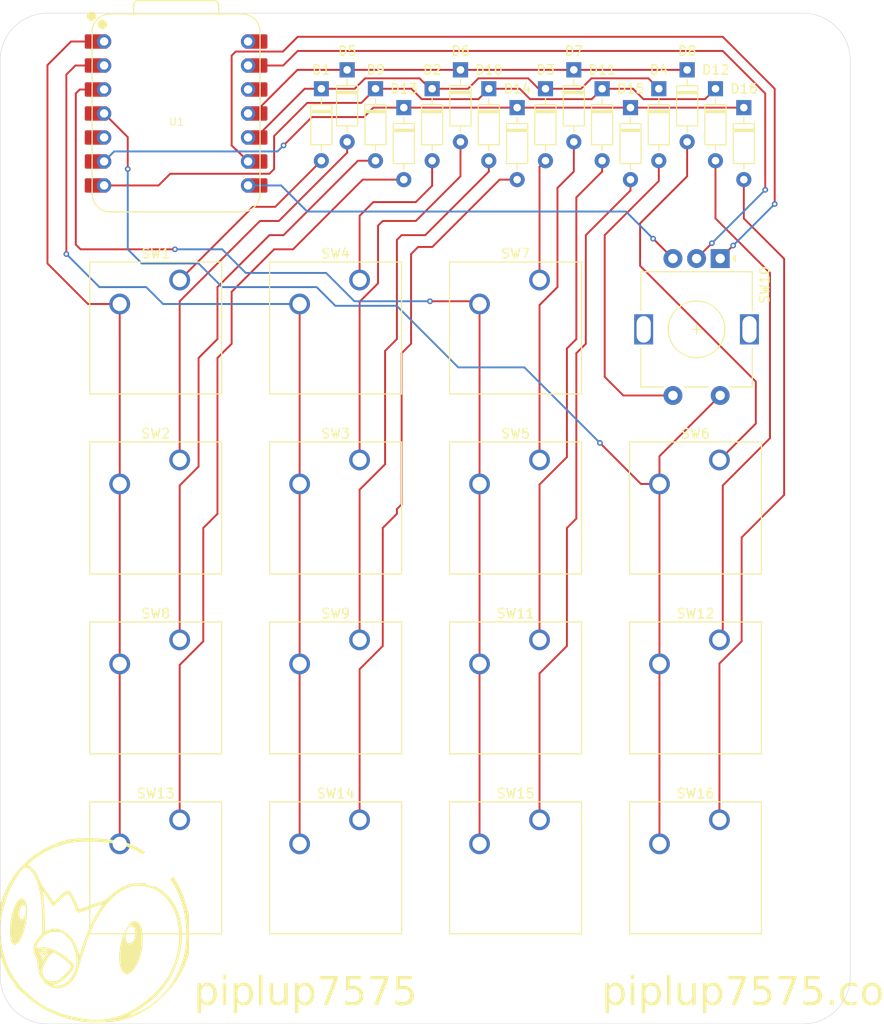
<source format=kicad_pcb>
(kicad_pcb (version 20240108) (generator "pcbnew") (generator_version "8.0")
  (layers (0 "F.Cu" signal) (31 "B.Cu" signal) (34 "B.Paste" user) (35 "F.Paste" user) (36 "B.SilkS" user "B.Silkscreen") (37 "F.SilkS" user "F.Silkscreen") (38 "B.Mask" user) (39 "F.Mask" user) (44 "Edge.Cuts" user))
  (net 0 "")
  (net 1 "Net-(D1-A)")
  (net 2 "COL0")
  (net 3 "Net-(D5-A)")
  (net 4 "COL1")
  (net 5 "Net-(D6-A)")
  (net 6 "Net-(D2-A)")
  (net 7 "COL2")
  (net 8 "Net-(D7-A)")
  (net 9 "COL3")
  (net 10 "Net-(D8-A)")
  (net 11 "Net-(D3-A)")
  (net 12 "Net-(D9-A)")
  (net 13 "Net-(D10-A)")
  (net 14 "A")
  (net 15 "GND")
  (net 16 "Net-(D4-A)")
  (net 17 "B")
  (net 18 "Net-(D11-A)")
  (net 19 "Net-(D12-A)")
  (net 20 "Net-(D13-A)")
  (net 21 "Net-(D14-A)")
  (net 22 "Net-(D15-A)")
  (net 23 "Net-(D16-A)")
  (net 24 "ROW1")
  (net 25 "ROW2")
  (net 27 "ROW3")
  (net 28 "ROW0")
  (footprint "Diode_THT:D_DO-35_SOD27_P7.62mm_Horizontal" (layer "F.Cu") (at 88.73125 36 -90)
    (property "Reference" "D6" (at -2 -0.01875 180) (layer "F.SilkS"))
    (property "Value" "D_Small")
    (pad "1" thru_hole rect (at 0 0 270) (size 1.6 1.6) (drill 0.8) (layers "*.Cu" "*.Mask") (net 24 "ROW1"))
    (pad "2" thru_hole oval (at 7.62 0 270) (size 1.6 1.6) (drill 0.8) (layers "*.Cu" "*.Mask") (net 5 "Net-(D6-A)"))
  )
  (footprint "library:SW_Cherry_MX_1.00u_PCB" (layer "F.Cu") (at 78.05 96.35)
    (property "Reference" "SW9" (at -2.54 -2.794 0) (layer "F.SilkS"))
    (property "Value" "SW_Push")
    (pad "" np_thru_hole circle (at -7.62 5.08) (size 1.7 1.7) (drill 1.7) (layers "*.Cu" "*.Mask"))
    (pad "" np_thru_hole circle (at -2.54 5.08) (size 4 4) (drill 4) (layers "*.Cu" "*.Mask"))
    (pad "" np_thru_hole circle (at 2.54 5.08) (size 1.7 1.7) (drill 1.7) (layers "*.Cu" "*.Mask"))
    (pad "1" thru_hole circle (at 0 0) (size 2.2 2.2) (drill 1.5) (layers "*.Cu" "*.Mask") (net 13 "Net-(D10-A)"))
    (pad "2" thru_hole circle (at -6.35 2.54) (size 2.2 2.2) (drill 1.5) (layers "*.Cu" "*.Mask") (net 4 "COL1"))
  )
  (footprint "Diode_THT:D_DO-35_SOD27_P7.62mm_Horizontal" (layer "F.Cu") (at 74 38 -90)
    (property "Reference" "D1" (at -2 0 180) (layer "F.SilkS"))
    (property "Value" "D_Small")
    (pad "1" thru_hole rect (at 0 0 270) (size 1.6 1.6) (drill 0.8) (layers "*.Cu" "*.Mask") (net 28 "ROW0"))
    (pad "2" thru_hole oval (at 7.62 0 270) (size 1.6 1.6) (drill 0.8) (layers "*.Cu" "*.Mask") (net 1 "Net-(D1-A)"))
  )
  (footprint "library:SW_Cherry_MX_1.00u_PCB" (layer "F.Cu") (at 78.05 115.4)
    (property "Reference" "SW14" (at -2.54 -2.794 0) (layer "F.SilkS"))
    (property "Value" "SW_Push")
    (pad "" np_thru_hole circle (at -7.62 5.08) (size 1.7 1.7) (drill 1.7) (layers "*.Cu" "*.Mask"))
    (pad "" np_thru_hole circle (at -2.54 5.08) (size 4 4) (drill 4) (layers "*.Cu" "*.Mask"))
    (pad "" np_thru_hole circle (at 2.54 5.08) (size 1.7 1.7) (drill 1.7) (layers "*.Cu" "*.Mask"))
    (pad "1" thru_hole circle (at 0 0) (size 2.2 2.2) (drill 1.5) (layers "*.Cu" "*.Mask") (net 21 "Net-(D14-A)"))
    (pad "2" thru_hole circle (at -6.35 2.54) (size 2.2 2.2) (drill 1.5) (layers "*.Cu" "*.Mask") (net 4 "COL1"))
  )
  (footprint "library:SW_Cherry_MX_1.00u_PCB" (layer "F.Cu") (at 59 77.3)
    (property "Reference" "SW2" (at -2.54 -2.794 0) (layer "F.SilkS"))
    (property "Value" "SW_Push")
    (pad "" np_thru_hole circle (at -7.62 5.08) (size 1.7 1.7) (drill 1.7) (layers "*.Cu" "*.Mask"))
    (pad "" np_thru_hole circle (at -2.54 5.08) (size 4 4) (drill 4) (layers "*.Cu" "*.Mask"))
    (pad "" np_thru_hole circle (at 2.54 5.08) (size 1.7 1.7) (drill 1.7) (layers "*.Cu" "*.Mask"))
    (pad "1" thru_hole circle (at 0 0) (size 2.2 2.2) (drill 1.5) (layers "*.Cu" "*.Mask") (net 3 "Net-(D5-A)"))
    (pad "2" thru_hole circle (at -6.35 2.54) (size 2.2 2.2) (drill 1.5) (layers "*.Cu" "*.Mask") (net 2 "COL0"))
  )
  (footprint "library:XIAO-RP2040-DIP" (layer "F.Cu") (at 58.62 40.62)
    (property "Reference" "U1" (at 0.045 0.88 0) (layer "F.SilkS") (effects (font (size 0.8 0.8) (thickness 0.1016))))
    (property "Value" "XIAO-RP2040-DIP")
    (pad "1" smd roundrect (at -8.455 -7.62 180) (size 2.432 1.524) (layers "F.Cu" "F.Mask") (roundrect_rratio 0.1) (net 2 "COL0"))
    (pad "1" thru_hole circle (at -7.62 -7.62 180) (size 1.524 1.524) (drill 0.889) (layers "*.Cu" "*.Mask") (net 2 "COL0"))
    (pad "2" smd roundrect (at -8.455 -5.08 180) (size 2.432 1.524) (layers "F.Cu" "F.Mask") (roundrect_rratio 0.1) (net 4 "COL1"))
    (pad "2" thru_hole circle (at -7.62 -5.08 180) (size 1.524 1.524) (drill 0.889) (layers "*.Cu" "*.Mask") (net 4 "COL1"))
    (pad "3" smd roundrect (at -8.455 -2.54 180) (size 2.432 1.524) (layers "F.Cu" "F.Mask") (roundrect_rratio 0.1) (net 7 "COL2"))
    (pad "3" thru_hole circle (at -7.62 -2.54 180) (size 1.524 1.524) (drill 0.889) (layers "*.Cu" "*.Mask") (net 7 "COL2"))
    (pad "4" smd roundrect (at -8.455 0 180) (size 2.432 1.524) (layers "F.Cu" "F.Mask") (roundrect_rratio 0.1) (net 9 "COL3"))
    (pad "4" thru_hole circle (at -7.62 0 180) (size 1.524 1.524) (drill 0.889) (layers "*.Cu" "*.Mask") (net 9 "COL3"))
    (pad "5" smd roundrect (at -8.455 2.54 180) (size 2.432 1.524) (layers "F.Cu" "F.Mask") (roundrect_rratio 0.1))
    (pad "5" thru_hole circle (at -7.62 2.54 180) (size 1.524 1.524) (drill 0.889) (layers "*.Cu" "*.Mask"))
    (pad "6" smd roundrect (at -8.455 5.08 180) (size 2.432 1.524) (layers "F.Cu" "F.Mask") (roundrect_rratio 0.1) (net 27 "ROW3"))
    (pad "6" thru_hole circle (at -7.62 5.08 180) (size 1.524 1.524) (drill 0.889) (layers "*.Cu" "*.Mask") (net 27 "ROW3"))
    (pad "7" smd roundrect (at -8.455 7.62 180) (size 2.432 1.524) (layers "F.Cu" "F.Mask") (roundrect_rratio 0.1) (net 25 "ROW2"))
    (pad "7" thru_hole circle (at -7.62 7.62 180) (size 1.524 1.524) (drill 0.889) (layers "*.Cu" "*.Mask") (net 25 "ROW2"))
    (pad "8" thru_hole circle (at 7.62 7.62) (size 1.524 1.524) (drill 0.889) (layers "*.Cu" "*.Mask") (net 17 "B"))
    (pad "8" smd roundrect (at 8.455 7.62) (size 2.432 1.524) (layers "F.Cu" "F.Mask") (roundrect_rratio 0.1) (net 17 "B"))
    (pad "9" thru_hole circle (at 7.62 5.08) (size 1.524 1.524) (drill 0.889) (layers "*.Cu" "*.Mask") (net 14 "A"))
    (pad "9" smd roundrect (at 8.455 5.08) (size 2.432 1.524) (layers "F.Cu" "F.Mask") (roundrect_rratio 0.1) (net 14 "A"))
    (pad "10" thru_hole circle (at 7.62 2.54) (size 1.524 1.524) (drill 0.889) (layers "*.Cu" "*.Mask") (net 28 "ROW0"))
    (pad "10" smd roundrect (at 8.455 2.54) (size 2.432 1.524) (layers "F.Cu" "F.Mask") (roundrect_rratio 0.1) (net 28 "ROW0"))
    (pad "11" thru_hole circle (at 7.62 0) (size 1.524 1.524) (drill 0.889) (layers "*.Cu" "*.Mask") (net 24 "ROW1"))
    (pad "11" smd roundrect (at 8.455 0) (size 2.432 1.524) (layers "F.Cu" "F.Mask") (roundrect_rratio 0.1) (net 24 "ROW1"))
    (pad "12" thru_hole circle (at 7.62 -2.54) (size 1.524 1.524) (drill 0.889) (layers "*.Cu" "*.Mask"))
    (pad "12" smd roundrect (at 8.455 -2.54) (size 2.432 1.524) (layers "F.Cu" "F.Mask") (roundrect_rratio 0.1))
    (pad "13" thru_hole circle (at 7.62 -5.08) (size 1.524 1.524) (drill 0.889) (layers "*.Cu" "*.Mask") (net 15 "GND"))
    (pad "13" smd roundrect (at 8.455 -5.08) (size 2.432 1.524) (layers "F.Cu" "F.Mask") (roundrect_rratio 0.1) (net 15 "GND"))
    (pad "14" thru_hole circle (at 7.62 -7.62) (size 1.524 1.524) (drill 0.889) (layers "*.Cu" "*.Mask"))
    (pad "14" smd roundrect (at 8.455 -7.62) (size 2.432 1.524) (layers "F.Cu" "F.Mask") (roundrect_rratio 0.1))
  )
  (footprint "Diode_THT:D_DO-35_SOD27_P7.62mm_Horizontal" (layer "F.Cu") (at 106.73125 40 -90)
    (property "Reference" "D15" (at -2 -0.01875 180) (layer "F.SilkS"))
    (property "Value" "D_Small")
    (pad "1" thru_hole rect (at 0 0 270) (size 1.6 1.6) (drill 0.8) (layers "*.Cu" "*.Mask") (net 27 "ROW3"))
    (pad "2" thru_hole oval (at 7.62 0 270) (size 1.6 1.6) (drill 0.8) (layers "*.Cu" "*.Mask") (net 22 "Net-(D15-A)"))
  )
  (footprint "Diode_THT:D_DO-35_SOD27_P7.62mm_Horizontal" (layer "F.Cu") (at 82.73125 40 -90)
    (property "Reference" "D13" (at -2 -0.01875 180) (layer "F.SilkS"))
    (property "Value" "D_Small")
    (pad "1" thru_hole rect (at 0 0 270) (size 1.6 1.6) (drill 0.8) (layers "*.Cu" "*.Mask") (net 27 "ROW3"))
    (pad "2" thru_hole oval (at 7.62 0 270) (size 1.6 1.6) (drill 0.8) (layers "*.Cu" "*.Mask") (net 20 "Net-(D13-A)"))
  )
  (footprint "Diode_THT:D_DO-35_SOD27_P7.62mm_Horizontal" (layer "F.Cu") (at 115.73125 38 -90)
    (property "Reference" "D12" (at -2 -0.01875 180) (layer "F.SilkS"))
    (property "Value" "D_Small")
    (pad "1" thru_hole rect (at 0 0 270) (size 1.6 1.6) (drill 0.8) (layers "*.Cu" "*.Mask") (net 25 "ROW2"))
    (pad "2" thru_hole oval (at 7.62 0 270) (size 1.6 1.6) (drill 0.8) (layers "*.Cu" "*.Mask") (net 19 "Net-(D12-A)"))
  )
  (footprint "library:SW_Cherry_MX_1.00u_PCB" (layer "F.Cu") (at 59 58.25)
    (property "Reference" "SW1" (at -2.54 -2.794 0) (layer "F.SilkS"))
    (property "Value" "SW_Push")
    (pad "" np_thru_hole circle (at -7.62 5.08) (size 1.7 1.7) (drill 1.7) (layers "*.Cu" "*.Mask"))
    (pad "" np_thru_hole circle (at -2.54 5.08) (size 4 4) (drill 4) (layers "*.Cu" "*.Mask"))
    (pad "" np_thru_hole circle (at 2.54 5.08) (size 1.7 1.7) (drill 1.7) (layers "*.Cu" "*.Mask"))
    (pad "1" thru_hole circle (at 0 0) (size 2.2 2.2) (drill 1.5) (layers "*.Cu" "*.Mask") (net 1 "Net-(D1-A)"))
    (pad "2" thru_hole circle (at -6.35 2.54) (size 2.2 2.2) (drill 1.5) (layers "*.Cu" "*.Mask") (net 2 "COL0"))
  )
  (footprint "library:RotaryEncoder_Alps_EC11E-Switch_Vertical_H20mm" (layer "F.Cu") (at 116.22875 55.97375 -90)
    (property "Reference" "SW10" (at 2.8 -4.7 90) (layer "F.SilkS"))
    (property "Value" "RotaryEncoder_Switch")
    (pad "A" thru_hole rect (at 0 0 270) (size 2 2) (drill 1) (layers "*.Cu" "*.Mask") (net 14 "A"))
    (pad "B" thru_hole circle (at 0 5 270) (size 2 2) (drill 1) (layers "*.Cu" "*.Mask") (net 17 "B"))
    (pad "C" thru_hole circle (at 0 2.5 270) (size 2 2) (drill 1) (layers "*.Cu" "*.Mask") (net 15 "GND"))
    (pad "MP" thru_hole rect (at 7.5 -3.1 270) (size 3.2 2) (drill oval 2.8 1.5) (layers "*.Cu" "*.Mask"))
    (pad "MP" thru_hole rect (at 7.5 8.1 270) (size 3.2 2) (drill oval 2.8 1.5) (layers "*.Cu" "*.Mask"))
    (pad "S1" thru_hole circle (at 14.5 0 270) (size 2 2) (drill 1) (layers "*.Cu" "*.Mask") (net 9 "COL3"))
    (pad "S2" thru_hole circle (at 14.5 5 270) (size 2 2) (drill 1) (layers "*.Cu" "*.Mask") (net 16 "Net-(D4-A)"))
  )
  (footprint "Diode_THT:D_DO-35_SOD27_P7.62mm_Horizontal" (layer "F.Cu") (at 79.73125 38 -90)
    (property "Reference" "D9" (at -2 -0.01875 180) (layer "F.SilkS"))
    (property "Value" "D_Small")
    (pad "1" thru_hole rect (at 0 0 270) (size 1.6 1.6) (drill 0.8) (layers "*.Cu" "*.Mask") (net 25 "ROW2"))
    (pad "2" thru_hole oval (at 7.62 0 270) (size 1.6 1.6) (drill 0.8) (layers "*.Cu" "*.Mask") (net 12 "Net-(D9-A)"))
  )
  (footprint "library:SW_Cherry_MX_1.00u_PCB" (layer "F.Cu") (at 59 96.35)
    (property "Reference" "SW8" (at -2.54 -2.794 0) (layer "F.SilkS"))
    (property "Value" "SW_Push")
    (pad "" np_thru_hole circle (at -7.62 5.08) (size 1.7 1.7) (drill 1.7) (layers "*.Cu" "*.Mask"))
    (pad "" np_thru_hole circle (at -2.54 5.08) (size 4 4) (drill 4) (layers "*.Cu" "*.Mask"))
    (pad "" np_thru_hole circle (at 2.54 5.08) (size 1.7 1.7) (drill 1.7) (layers "*.Cu" "*.Mask"))
    (pad "1" thru_hole circle (at 0 0) (size 2.2 2.2) (drill 1.5) (layers "*.Cu" "*.Mask") (net 12 "Net-(D9-A)"))
    (pad "2" thru_hole circle (at -6.35 2.54) (size 2.2 2.2) (drill 1.5) (layers "*.Cu" "*.Mask") (net 2 "COL0"))
  )
  (footprint "library:SW_Cherry_MX_1.00u_PCB" (layer "F.Cu") (at 97.1 58.25)
    (property "Reference" "SW7" (at -2.54 -2.794 0) (layer "F.SilkS"))
    (property "Value" "SW_Push")
    (pad "" np_thru_hole circle (at -7.62 5.08) (size 1.7 1.7) (drill 1.7) (layers "*.Cu" "*.Mask"))
    (pad "" np_thru_hole circle (at -2.54 5.08) (size 4 4) (drill 4) (layers "*.Cu" "*.Mask"))
    (pad "" np_thru_hole circle (at 2.54 5.08) (size 1.7 1.7) (drill 1.7) (layers "*.Cu" "*.Mask"))
    (pad "1" thru_hole circle (at 0 0) (size 2.2 2.2) (drill 1.5) (layers "*.Cu" "*.Mask") (net 11 "Net-(D3-A)"))
    (pad "2" thru_hole circle (at -6.35 2.54) (size 2.2 2.2) (drill 1.5) (layers "*.Cu" "*.Mask") (net 7 "COL2"))
  )
  (footprint "Diode_THT:D_DO-35_SOD27_P7.62mm_Horizontal" (layer "F.Cu") (at 100.73125 36 -90)
    (property "Reference" "D7" (at -2 -0.01875 180) (layer "F.SilkS"))
    (property "Value" "D_Small")
    (pad "1" thru_hole rect (at 0 0 270) (size 1.6 1.6) (drill 0.8) (layers "*.Cu" "*.Mask") (net 24 "ROW1"))
    (pad "2" thru_hole oval (at 7.62 0 270) (size 1.6 1.6) (drill 0.8) (layers "*.Cu" "*.Mask") (net 8 "Net-(D7-A)"))
  )
  (footprint "library:SW_Cherry_MX_1.00u_PCB" (layer "F.Cu") (at 97.1 77.3)
    (property "Reference" "SW5" (at -2.54 -2.794 0) (layer "F.SilkS"))
    (property "Value" "SW_Push")
    (pad "" np_thru_hole circle (at -7.62 5.08) (size 1.7 1.7) (drill 1.7) (layers "*.Cu" "*.Mask"))
    (pad "" np_thru_hole circle (at -2.54 5.08) (size 4 4) (drill 4) (layers "*.Cu" "*.Mask"))
    (pad "" np_thru_hole circle (at 2.54 5.08) (size 1.7 1.7) (drill 1.7) (layers "*.Cu" "*.Mask"))
    (pad "1" thru_hole circle (at 0 0) (size 2.2 2.2) (drill 1.5) (layers "*.Cu" "*.Mask") (net 8 "Net-(D7-A)"))
    (pad "2" thru_hole circle (at -6.35 2.54) (size 2.2 2.2) (drill 1.5) (layers "*.Cu" "*.Mask") (net 7 "COL2"))
  )
  (footprint "library:SW_Cherry_MX_1.00u_PCB" (layer "F.Cu") (at 116.15 96.35)
    (property "Reference" "SW12" (at -2.54 -2.794 0) (layer "F.SilkS"))
    (property "Value" "SW_Push")
    (pad "" np_thru_hole circle (at -7.62 5.08) (size 1.7 1.7) (drill 1.7) (layers "*.Cu" "*.Mask"))
    (pad "" np_thru_hole circle (at -2.54 5.08) (size 4 4) (drill 4) (layers "*.Cu" "*.Mask"))
    (pad "" np_thru_hole circle (at 2.54 5.08) (size 1.7 1.7) (drill 1.7) (layers "*.Cu" "*.Mask"))
    (pad "1" thru_hole circle (at 0 0) (size 2.2 2.2) (drill 1.5) (layers "*.Cu" "*.Mask") (net 19 "Net-(D12-A)"))
    (pad "2" thru_hole circle (at -6.35 2.54) (size 2.2 2.2) (drill 1.5) (layers "*.Cu" "*.Mask") (net 9 "COL3"))
  )
  (footprint "Diode_THT:D_DO-35_SOD27_P7.62mm_Horizontal" (layer "F.Cu") (at 97.73125 38 -90)
    (property "Reference" "D3" (at -2 -0.01875 180) (layer "F.SilkS"))
    (property "Value" "D_Small")
    (pad "1" thru_hole rect (at 0 0 270) (size 1.6 1.6) (drill 0.8) (layers "*.Cu" "*.Mask") (net 28 "ROW0"))
    (pad "2" thru_hole oval (at 7.62 0 270) (size 1.6 1.6) (drill 0.8) (layers "*.Cu" "*.Mask") (net 11 "Net-(D3-A)"))
  )
  (footprint "library:SW_Cherry_MX_1.00u_PCB" (layer "F.Cu") (at 97.1 115.4)
    (property "Reference" "SW15" (at -2.54 -2.794 0) (layer "F.SilkS"))
    (property "Value" "SW_Push")
    (pad "" np_thru_hole circle (at -7.62 5.08) (size 1.7 1.7) (drill 1.7) (layers "*.Cu" "*.Mask"))
    (pad "" np_thru_hole circle (at -2.54 5.08) (size 4 4) (drill 4) (layers "*.Cu" "*.Mask"))
    (pad "" np_thru_hole circle (at 2.54 5.08) (size 1.7 1.7) (drill 1.7) (layers "*.Cu" "*.Mask"))
    (pad "1" thru_hole circle (at 0 0) (size 2.2 2.2) (drill 1.5) (layers "*.Cu" "*.Mask") (net 22 "Net-(D15-A)"))
    (pad "2" thru_hole circle (at -6.35 2.54) (size 2.2 2.2) (drill 1.5) (layers "*.Cu" "*.Mask") (net 7 "COL2"))
  )
  (footprint "library:SW_Cherry_MX_1.00u_PCB" (layer "F.Cu") (at 59 115.4)
    (property "Reference" "SW13" (at -2.54 -2.794 0) (layer "F.SilkS"))
    (property "Value" "SW_Push")
    (pad "" np_thru_hole circle (at -7.62 5.08) (size 1.7 1.7) (drill 1.7) (layers "*.Cu" "*.Mask"))
    (pad "" np_thru_hole circle (at -2.54 5.08) (size 4 4) (drill 4) (layers "*.Cu" "*.Mask"))
    (pad "" np_thru_hole circle (at 2.54 5.08) (size 1.7 1.7) (drill 1.7) (layers "*.Cu" "*.Mask"))
    (pad "1" thru_hole circle (at 0 0) (size 2.2 2.2) (drill 1.5) (layers "*.Cu" "*.Mask") (net 20 "Net-(D13-A)"))
    (pad "2" thru_hole circle (at -6.35 2.54) (size 2.2 2.2) (drill 1.5) (layers "*.Cu" "*.Mask") (net 2 "COL0"))
  )
  (footprint "library:SW_Cherry_MX_1.00u_PCB" (layer "F.Cu") (at 97.1 96.35)
    (property "Reference" "SW11" (at -2.54 -2.794 0) (layer "F.SilkS"))
    (property "Value" "SW_Push")
    (pad "" np_thru_hole circle (at -7.62 5.08) (size 1.7 1.7) (drill 1.7) (layers "*.Cu" "*.Mask"))
    (pad "" np_thru_hole circle (at -2.54 5.08) (size 4 4) (drill 4) (layers "*.Cu" "*.Mask"))
    (pad "" np_thru_hole circle (at 2.54 5.08) (size 1.7 1.7) (drill 1.7) (layers "*.Cu" "*.Mask"))
    (pad "1" thru_hole circle (at 0 0) (size 2.2 2.2) (drill 1.5) (layers "*.Cu" "*.Mask") (net 18 "Net-(D11-A)"))
    (pad "2" thru_hole circle (at -6.35 2.54) (size 2.2 2.2) (drill 1.5) (layers "*.Cu" "*.Mask") (net 7 "COL2"))
  )
  (footprint "library:SW_Cherry_MX_1.00u_PCB" (layer "F.Cu") (at 116.15 77.3)
    (property "Reference" "SW6" (at -2.54 -2.794 0) (layer "F.SilkS"))
    (property "Value" "SW_Push")
    (pad "" np_thru_hole circle (at -7.62 5.08) (size 1.7 1.7) (drill 1.7) (layers "*.Cu" "*.Mask"))
    (pad "" np_thru_hole circle (at -2.54 5.08) (size 4 4) (drill 4) (layers "*.Cu" "*.Mask"))
    (pad "" np_thru_hole circle (at 2.54 5.08) (size 1.7 1.7) (drill 1.7) (layers "*.Cu" "*.Mask"))
    (pad "1" thru_hole circle (at 0 0) (size 2.2 2.2) (drill 1.5) (layers "*.Cu" "*.Mask") (net 10 "Net-(D8-A)"))
    (pad "2" thru_hole circle (at -6.35 2.54) (size 2.2 2.2) (drill 1.5) (layers "*.Cu" "*.Mask") (net 9 "COL3"))
  )
  (footprint "Diode_THT:D_DO-35_SOD27_P7.62mm_Horizontal" (layer "F.Cu") (at 112.73125 36 -90)
    (property "Reference" "D8" (at -2 -0.01875 180) (layer "F.SilkS"))
    (property "Value" "D_Small")
    (pad "1" thru_hole rect (at 0 0 270) (size 1.6 1.6) (drill 0.8) (layers "*.Cu" "*.Mask") (net 24 "ROW1"))
    (pad "2" thru_hole oval (at 7.62 0 270) (size 1.6 1.6) (drill 0.8) (layers "*.Cu" "*.Mask") (net 10 "Net-(D8-A)"))
  )
  (footprint "library:SW_Cherry_MX_1.00u_PCB" (layer "F.Cu") (at 116.15 115.4)
    (property "Reference" "SW16" (at -2.54 -2.794 0) (layer "F.SilkS"))
    (property "Value" "SW_Push")
    (pad "" np_thru_hole circle (at -7.62 5.08) (size 1.7 1.7) (drill 1.7) (layers "*.Cu" "*.Mask"))
    (pad "" np_thru_hole circle (at -2.54 5.08) (size 4 4) (drill 4) (layers "*.Cu" "*.Mask"))
    (pad "" np_thru_hole circle (at 2.54 5.08) (size 1.7 1.7) (drill 1.7) (layers "*.Cu" "*.Mask"))
    (pad "1" thru_hole circle (at 0 0) (size 2.2 2.2) (drill 1.5) (layers "*.Cu" "*.Mask") (net 23 "Net-(D16-A)"))
    (pad "2" thru_hole circle (at -6.35 2.54) (size 2.2 2.2) (drill 1.5) (layers "*.Cu" "*.Mask") (net 9 "COL3"))
  )
  (footprint "Diode_THT:D_DO-35_SOD27_P7.62mm_Horizontal" (layer "F.Cu") (at 94.73125 40 -90)
    (property "Reference" "D14" (at -2 -0.01875 180) (layer "F.SilkS"))
    (property "Value" "D_Small")
    (pad "1" thru_hole rect (at 0 0 270) (size 1.6 1.6) (drill 0.8) (layers "*.Cu" "*.Mask") (net 27 "ROW3"))
    (pad "2" thru_hole oval (at 7.62 0 270) (size 1.6 1.6) (drill 0.8) (layers "*.Cu" "*.Mask") (net 21 "Net-(D14-A)"))
  )
  (footprint "Diode_THT:D_DO-35_SOD27_P7.62mm_Horizontal" (layer "F.Cu") (at 103.73125 38 -90)
    (property "Reference" "D11" (at -2 -0.01875 180) (layer "F.SilkS"))
    (property "Value" "D_Small")
    (pad "1" thru_hole rect (at 0 0 270) (size 1.6 1.6) (drill 0.8) (layers "*.Cu" "*.Mask") (net 25 "ROW2"))
    (pad "2" thru_hole oval (at 7.62 0 270) (size 1.6 1.6) (drill 0.8) (layers "*.Cu" "*.Mask") (net 18 "Net-(D11-A)"))
  )
  (footprint "library:SW_Cherry_MX_1.00u_PCB" (layer "F.Cu") (at 78.05 58.25)
    (property "Reference" "SW4" (at -2.54 -2.794 0) (layer "F.SilkS"))
    (property "Value" "SW_Push")
    (pad "" np_thru_hole circle (at -7.62 5.08) (size 1.7 1.7) (drill 1.7) (layers "*.Cu" "*.Mask"))
    (pad "" np_thru_hole circle (at -2.54 5.08) (size 4 4) (drill 4) (layers "*.Cu" "*.Mask"))
    (pad "" np_thru_hole circle (at 2.54 5.08) (size 1.7 1.7) (drill 1.7) (layers "*.Cu" "*.Mask"))
    (pad "1" thru_hole circle (at 0 0) (size 2.2 2.2) (drill 1.5) (layers "*.Cu" "*.Mask") (net 6 "Net-(D2-A)"))
    (pad "2" thru_hole circle (at -6.35 2.54) (size 2.2 2.2) (drill 1.5) (layers "*.Cu" "*.Mask") (net 4 "COL1"))
  )
  (footprint "Diode_THT:D_DO-35_SOD27_P7.62mm_Horizontal" (layer "F.Cu") (at 76.73125 36 -90)
    (property "Reference" "D5" (at -2 -0.01875 180) (layer "F.SilkS"))
    (property "Value" "D_Small")
    (pad "1" thru_hole rect (at 0 0 270) (size 1.6 1.6) (drill 0.8) (layers "*.Cu" "*.Mask") (net 24 "ROW1"))
    (pad "2" thru_hole oval (at 7.62 0 270) (size 1.6 1.6) (drill 0.8) (layers "*.Cu" "*.Mask") (net 3 "Net-(D5-A)"))
  )
  (footprint "Diode_THT:D_DO-35_SOD27_P7.62mm_Horizontal" (layer "F.Cu") (at 85.73125 38 -90)
    (property "Reference" "D2" (at -2 -0.01875 180) (layer "F.SilkS"))
    (property "Value" "D_Small")
    (pad "1" thru_hole rect (at 0 0 270) (size 1.6 1.6) (drill 0.8) (layers "*.Cu" "*.Mask") (net 28 "ROW0"))
    (pad "2" thru_hole oval (at 7.62 0 270) (size 1.6 1.6) (drill 0.8) (layers "*.Cu" "*.Mask") (net 6 "Net-(D2-A)"))
  )
  (footprint "Diode_THT:D_DO-35_SOD27_P7.62mm_Horizontal" (layer "F.Cu") (at 118.73125 40 -90)
    (property "Reference" "D16" (at -2 -0.01875 180) (layer "F.SilkS"))
    (property "Value" "D_Small")
    (pad "1" thru_hole rect (at 0 0 270) (size 1.6 1.6) (drill 0.8) (layers "*.Cu" "*.Mask") (net 27 "ROW3"))
    (pad "2" thru_hole oval (at 7.62 0 270) (size 1.6 1.6) (drill 0.8) (layers "*.Cu" "*.Mask") (net 23 "Net-(D16-A)"))
  )
  (footprint "library:SW_Cherry_MX_1.00u_PCB" (layer "F.Cu") (at 78.05 77.3)
    (property "Reference" "SW3" (at -2.54 -2.794 0) (layer "F.SilkS"))
    (property "Value" "SW_Push")
    (pad "" np_thru_hole circle (at -7.62 5.08) (size 1.7 1.7) (drill 1.7) (layers "*.Cu" "*.Mask"))
    (pad "" np_thru_hole circle (at -2.54 5.08) (size 4 4) (drill 4) (layers "*.Cu" "*.Mask"))
    (pad "" np_thru_hole circle (at 2.54 5.08) (size 1.7 1.7) (drill 1.7) (layers "*.Cu" "*.Mask"))
    (pad "1" thru_hole circle (at 0 0) (size 2.2 2.2) (drill 1.5) (layers "*.Cu" "*.Mask") (net 5 "Net-(D6-A)"))
    (pad "2" thru_hole circle (at -6.35 2.54) (size 2.2 2.2) (drill 1.5) (layers "*.Cu" "*.Mask") (net 4 "COL1"))
  )
  (footprint "Diode_THT:D_DO-35_SOD27_P7.62mm_Horizontal" (layer "F.Cu") (at 109.73125 38 -90)
    (property "Reference" "D4" (at -2 -0.01875 180) (layer "F.SilkS"))
    (property "Value" "D_Small")
    (pad "1" thru_hole rect (at 0 0 270) (size 1.6 1.6) (drill 0.8) (layers "*.Cu" "*.Mask") (net 28 "ROW0"))
    (pad "2" thru_hole oval (at 7.62 0 270) (size 1.6 1.6) (drill 0.8) (layers "*.Cu" "*.Mask") (net 16 "Net-(D4-A)"))
  )
  (footprint "library:piplup" (layer "F.Cu") (at 50 127)
    (property "Reference" "G***" (hide yes))
    (property "Value" "LOGO" (hide yes))
  )
  (footprint "Diode_THT:D_DO-35_SOD27_P7.62mm_Horizontal" (layer "F.Cu") (at 91.73125 38 -90)
    (property "Reference" "D10" (at -2 -0.01875 180) (layer "F.SilkS"))
    (property "Value" "D_Small")
    (pad "1" thru_hole rect (at 0 0 270) (size 1.6 1.6) (drill 0.8) (layers "*.Cu" "*.Mask") (net 25 "ROW2"))
    (pad "2" thru_hole oval (at 7.62 0 270) (size 1.6 1.6) (drill 0.8) (layers "*.Cu" "*.Mask") (net 13 "Net-(D10-A)"))
  )
  (gr_line (start 45 137) (end 125 137) (stroke (width 0.05)) (layer "Edge.Cuts"))
  (gr_line (start 125 30) (end 45 30) (stroke (width 0.05)) (layer "Edge.Cuts"))
  (gr_arc (start 130 132) (mid 128.535534 135.535534) (end 125 137) (stroke (width 0.05)) (layer "Edge.Cuts"))
  (gr_line (start 130 132) (end 130 35.5) (stroke (width 0.05)) (layer "Edge.Cuts"))
  (gr_arc (start 125 30) (mid 128.535534 31.464466) (end 130 35) (stroke (width 0.05)) (layer "Edge.Cuts"))
  (gr_line (start 130 35.5) (end 130 35) (stroke (width 0.05)) (layer "Edge.Cuts"))
  (gr_arc (start 45 137) (mid 41.464466 135.535534) (end 40 132) (stroke (width 0.05)) (layer "Edge.Cuts"))
  (gr_line (start 40 35) (end 40 132) (stroke (width 0.05)) (layer "Edge.Cuts"))
  (gr_arc (start 40 35) (mid 41.464466 31.464466) (end 45 30) (stroke (width 0.05)) (layer "Edge.Cuts"))
  (gr_text "piplup7575			piplup7575.co" (at 60.5 135.5 0) (layer "F.SilkS") (effects (font (size 3 3) (thickness 0.1)) (justify left bottom)))
  (segment (start 59 58.25) (end 66.75 50.5) (width 0.2) (layer "F.Cu") (net 1))
  (segment (start 66.75 50.5) (end 69.12 50.5) (width 0.2) (layer "F.Cu") (net 1))
  (segment (start 69.12 50.5) (end 74 45.62) (width 0.2) (layer "F.Cu") (net 1))
  (segment (start 45 35.5) (end 45 56.5) (width 0.2) (layer "F.Cu") (net 2))
  (segment (start 47.5 33) (end 45 35.5) (width 0.2) (layer "F.Cu") (net 2))
  (segment (start 51 33) (end 47.5 33) (width 0.2) (layer "F.Cu") (net 2))
  (segment (start 49.29 60.79) (end 52.65 60.79) (width 0.2) (layer "F.Cu") (net 2))
  (segment (start 45 56.5) (end 49.29 60.79) (width 0.2) (layer "F.Cu") (net 2))
  (segment (start 52.65 60.79) (end 52.65 117.94) (width 0.2) (layer "F.Cu") (net 2))
  (segment (start 59 77.3) (end 59 60.5) (width 0.2) (layer "F.Cu") (net 3))
  (segment (start 76.73125 44.76875) (end 76.73125 43.62) (width 0.2) (layer "F.Cu") (net 3))
  (segment (start 69.5 52) (end 76.73125 44.76875) (width 0.2) (layer "F.Cu") (net 3))
  (segment (start 67.5 52) (end 69.5 52) (width 0.2) (layer "F.Cu") (net 3))
  (segment (start 59 60.5) (end 67.5 52) (width 0.2) (layer "F.Cu") (net 3))
  (segment (start 71.7 60.79) (end 71.7 117.94) (width 0.2) (layer "F.Cu") (net 4))
  (segment (start 47 36.5) (end 47 55.5) (width 0.2) (layer "F.Cu") (net 4))
  (segment (start 51 35.54) (end 47.96 35.54) (width 0.2) (layer "F.Cu") (net 4))
  (segment (start 47.96 35.54) (end 47 36.5) (width 0.2) (layer "F.Cu") (net 4))
  (via (at 47 55.5) (size 0.6) (drill 0.3) (layers "F.Cu" "B.Cu") (net 4))
  (segment (start 50.5 59) (end 55.453402 59) (width 0.2) (layer "B.Cu") (net 4))
  (segment (start 57.243402 60.79) (end 71.7 60.79) (width 0.2) (layer "B.Cu") (net 4))
  (segment (start 47 55.5) (end 50.5 59) (width 0.2) (layer "B.Cu") (net 4))
  (segment (start 55.453402 59) (end 57.243402 60.79) (width 0.2) (layer "B.Cu") (net 4))
  (segment (start 80 52.5) (end 80.5 52) (width 0.2) (layer "F.Cu") (net 5))
  (segment (start 88.73125 47.26875) (end 88.73125 43.62) (width 0.2) (layer "F.Cu") (net 5))
  (segment (start 80 58.6) (end 80 52.5) (width 0.2) (layer "F.Cu") (net 5))
  (segment (start 84 52) (end 88.73125 47.26875) (width 0.2) (layer "F.Cu") (net 5))
  (segment (start 80.5 52) (end 84 52) (width 0.2) (layer "F.Cu") (net 5))
  (segment (start 78.05 60.55) (end 80 58.6) (width 0.2) (layer "F.Cu") (net 5))
  (segment (start 78.05 77.3) (end 78.05 60.55) (width 0.2) (layer "F.Cu") (net 5))
  (segment (start 85.73125 48.26875) (end 84 50) (width 0.2) (layer "F.Cu") (net 6))
  (segment (start 79.5 50) (end 78.05 51.45) (width 0.2) (layer "F.Cu") (net 6))
  (segment (start 85.73125 45.62) (end 85.73125 48.26875) (width 0.2) (layer "F.Cu") (net 6))
  (segment (start 84 50) (end 79.5 50) (width 0.2) (layer "F.Cu") (net 6))
  (segment (start 78.05 51.45) (end 78.05 58.25) (width 0.2) (layer "F.Cu") (net 6))
  (segment (start 48.5 55) (end 58.5 55) (width 0.2) (layer "F.Cu") (net 7))
  (segment (start 48 38.5) (end 48 43.5) (width 0.2) (layer "F.Cu") (net 7))
  (segment (start 90.46 60.5) (end 90.75 60.79) (width 0.2) (layer "F.Cu") (net 7))
  (segment (start 48 54.5) (end 48.5 55) (width 0.2) (layer "F.Cu") (net 7))
  (segment (start 90.75 60.79) (end 90.75 117.94) (width 0.2) (layer "F.Cu") (net 7))
  (segment (start 48 43.5) (end 48 54.5) (width 0.2) (layer "F.Cu") (net 7))
  (segment (start 48.42 38.08) (end 48 38.5) (width 0.2) (layer "F.Cu") (net 7))
  (segment (start 50.165 38.08) (end 48.42 38.08) (width 0.2) (layer "F.Cu") (net 7))
  (segment (start 85.5 60.5) (end 90.46 60.5) (width 0.2) (layer "F.Cu") (net 7))
  (via (at 58.5 55) (size 0.6) (drill 0.3) (layers "F.Cu" "B.Cu") (net 7))
  (via (at 85.5 60.5) (size 0.6) (drill 0.3) (layers "F.Cu" "B.Cu") (net 7))
  (segment (start 78 60.5) (end 85.5 60.5) (width 0.2) (layer "B.Cu") (net 7))
  (segment (start 74.5 57.5) (end 77.5 60.5) (width 0.2) (layer "B.Cu") (net 7))
  (segment (start 66 57.5) (end 63.5 55) (width 0.2) (layer "B.Cu") (net 7))
  (segment (start 73.5 57.5) (end 66 57.5) (width 0.2) (layer "B.Cu") (net 7))
  (segment (start 73.5 57.5) (end 74.5 57.5) (width 0.2) (layer "B.Cu") (net 7))
  (segment (start 63.5 55) (end 58.5 55) (width 0.2) (layer "B.Cu") (net 7))
  (segment (start 77.5 60.5) (end 78 60.5) (width 0.2) (layer "B.Cu") (net 7))
  (segment (start 97.1 60.9) (end 99 59) (width 0.2) (layer "F.Cu") (net 8))
  (segment (start 97.1 77.3) (end 97.1 60.9) (width 0.2) (layer "F.Cu") (net 8))
  (segment (start 99 48.5) (end 100.73125 46.76875) (width 0.2) (layer "F.Cu") (net 8))
  (segment (start 99 59) (end 99 48.5) (width 0.2) (layer "F.Cu") (net 8))
  (segment (start 100.73125 46.76875) (end 100.73125 43.62) (width 0.2) (layer "F.Cu") (net 8))
  (segment (start 109.8 76.9025) (end 109.8 79.84) (width 0.2) (layer "F.Cu") (net 9))
  (segment (start 109.8 79.84) (end 107.84 79.84) (width 0.2) (layer "F.Cu") (net 9))
  (segment (start 109.8 79.84) (end 109.8 117.94) (width 0.2) (layer "F.Cu") (net 9))
  (segment (start 107.84 79.84) (end 103.5 75.5) (width 0.2) (layer "F.Cu") (net 9))
  (segment (start 53.5 43.12) (end 51 40.62) (width 0.2) (layer "F.Cu") (net 9))
  (segment (start 53.5 46.5) (end 53.5 43.12) (width 0.2) (layer "F.Cu") (net 9))
  (segment (start 116.22875 70.47375) (end 109.8 76.9025) (width 0.2) (layer "F.Cu") (net 9))
  (via (at 53.5 46.5) (size 0.6) (drill 0.3) (layers "F.Cu" "B.Cu") (net 9))
  (via (at 103.5 75.5) (size 0.6) (drill 0.3) (layers "F.Cu" "B.Cu") (net 9))
  (segment (start 53.5 55) (end 53.5 46.5) (width 0.2) (layer "B.Cu") (net 9))
  (segment (start 103.5 75.5) (end 95.5 67.5) (width 0.2) (layer "B.Cu") (net 9))
  (segment (start 81.98 60.98) (end 75.48 60.98) (width 0.2) (layer "B.Cu") (net 9))
  (segment (start 55 56.5) (end 53.5 55) (width 0.2) (layer "B.Cu") (net 9))
  (segment (start 63.5 59) (end 61 56.5) (width 0.2) (layer "B.Cu") (net 9))
  (segment (start 88.5 67.5) (end 81.98 60.98) (width 0.2) (layer "B.Cu") (net 9))
  (segment (start 75.48 60.98) (end 73.5 59) (width 0.2) (layer "B.Cu") (net 9))
  (segment (start 95.5 67.5) (end 88.5 67.5) (width 0.2) (layer "B.Cu") (net 9))
  (segment (start 61 56.5) (end 55 56.5) (width 0.2) (layer "B.Cu") (net 9))
  (segment (start 73.5 59) (end 63.5 59) (width 0.2) (layer "B.Cu") (net 9))
  (segment (start 107.75 52.25) (end 112.73125 47.26875) (width 0.2) (layer "F.Cu") (net 10))
  (segment (start 108 57) (end 107.75 56.75) (width 0.2) (layer "F.Cu") (net 10))
  (segment (start 108 57) (end 120 69) (width 0.2) (layer "F.Cu") (net 10))
  (segment (start 112.73125 47.26875) (end 112.73125 43.62) (width 0.2) (layer "F.Cu") (net 10))
  (segment (start 120 73.45) (end 116.15 77.3) (width 0.2) (layer "F.Cu") (net 10))
  (segment (start 107.75 56.75) (end 107.75 52.25) (width 0.2) (layer "F.Cu") (net 10))
  (segment (start 120 69) (end 120 73.45) (width 0.2) (layer "F.Cu") (net 10))
  (segment (start 97.1 46.25125) (end 97.73125 45.62) (width 0.2) (layer "F.Cu") (net 11))
  (segment (start 97.1 58.25) (end 97.1 46.25125) (width 0.2) (layer "F.Cu") (net 11))
  (segment (start 70 53.5) (end 77.88 45.62) (width 0.2) (layer "F.Cu") (net 12))
  (segment (start 61 66.5) (end 63 64.5) (width 0.2) (layer "F.Cu") (net 12))
  (segment (start 59 80) (end 61 78) (width 0.2) (layer "F.Cu") (net 12))
  (segment (start 68.5 53.5) (end 70 53.5) (width 0.2) (layer "F.Cu") (net 12))
  (segment (start 63 59) (end 68.5 53.5) (width 0.2) (layer "F.Cu") (net 12))
  (segment (start 63 64.5) (end 63 59) (width 0.2) (layer "F.Cu") (net 12))
  (segment (start 59 96.35) (end 59 80) (width 0.2) (layer "F.Cu") (net 12))
  (segment (start 77.88 45.62) (end 79.73125 45.62) (width 0.2) (layer "F.Cu") (net 12))
  (segment (start 61 78) (end 61 66.5) (width 0.2) (layer "F.Cu") (net 12))
  (segment (start 85 53.5) (end 91.73125 46.76875) (width 0.2) (layer "F.Cu") (net 13))
  (segment (start 82 64.5) (end 82 54) (width 0.2) (layer "F.Cu") (net 13))
  (segment (start 78.05 80.45) (end 80.5 78) (width 0.2) (layer "F.Cu") (net 13))
  (segment (start 78.05 96.35) (end 78.05 80.45) (width 0.2) (layer "F.Cu") (net 13))
  (segment (start 82 54) (end 82.5 53.5) (width 0.2) (layer "F.Cu") (net 13))
  (segment (start 80.5 78) (end 80.75 77.75) (width 0.2) (layer "F.Cu") (net 13))
  (segment (start 80.75 77.75) (end 80.75 65.75) (width 0.2) (layer "F.Cu") (net 13))
  (segment (start 80.75 65.75) (end 82 64.5) (width 0.2) (layer "F.Cu") (net 13))
  (segment (start 91.73125 46.76875) (end 91.73125 45.62) (width 0.2) (layer "F.Cu") (net 13))
  (segment (start 82.5 53.5) (end 85 53.5) (width 0.2) (layer "F.Cu") (net 13))
  (segment (start 69.938 34.062) (end 64.938 34.062) (width 0.2) (layer "F.Cu") (net 14))
  (segment (start 65.04 44.5) (end 66.24 45.7) (width 0.2) (layer "F.Cu") (net 14))
  (segment (start 122 38) (end 116.5 32.5) (width 0.2) (layer "F.Cu") (net 14))
  (segment (start 116.5 32.5) (end 71.5 32.5) (width 0.2) (layer "F.Cu") (net 14))
  (segment (start 122 50.2025) (end 122 50) (width 0.2) (layer "F.Cu") (net 14))
  (segment (start 122 50) (end 122 38) (width 0.2) (layer "F.Cu") (net 14))
  (segment (start 64.938 34.062) (end 64.5 34.5) (width 0.2) (layer "F.Cu") (net 14))
  (segment (start 65 44.5) (end 65.04 44.5) (width 0.2) (layer "F.Cu") (net 14))
  (segment (start 116.22875 55.97375) (end 117.60125 54.60125) (width 0.2) (layer "F.Cu") (net 14))
  (segment (start 64.5 44) (end 65 44.5) (width 0.2) (layer "F.Cu") (net 14))
  (segment (start 71.5 32.5) (end 69.938 34.062) (width 0.2) (layer "F.Cu") (net 14))
  (segment (start 64.5 34.5) (end 64.5 44) (width 0.2) (layer "F.Cu") (net 14))
  (via (at 117.60125 54.60125) (size 0.6) (drill 0.3) (layers "F.Cu" "B.Cu") (net 14))
  (via (at 122 50.2025) (size 0.6) (drill 0.3) (layers "F.Cu" "B.Cu") (net 14))
  (segment (start 122 50.2025) (end 117.60125 54.60125) (width 0.2) (layer "B.Cu") (net 14))
  (segment (start 71.5 34) (end 69.96 35.54) (width 0.2) (layer "F.Cu") (net 15))
  (segment (start 121 48.5) (end 121 38.5) (width 0.2) (layer "F.Cu") (net 15))
  (segment (start 116.5 34) (end 71.5 34) (width 0.2) (layer "F.Cu") (net 15))
  (segment (start 113.72875 55.97375) (end 115.35125 54.35125) (width 0.2) (layer "F.Cu") (net 15))
  (segment (start 121 48.7025) (end 121 48.5) (width 0.2) (layer "F.Cu") (net 15))
  (segment (start 69.96 35.54) (end 67.075 35.54) (width 0.2) (layer "F.Cu") (net 15))
  (segment (start 121 38.5) (end 116.5 34) (width 0.2) (layer "F.Cu") (net 15))
  (via (at 115.35125 54.35125) (size 0.6) (drill 0.3) (layers "F.Cu" "B.Cu") (net 15))
  (via (at 121 48.7025) (size 0.6) (drill 0.3) (layers "F.Cu" "B.Cu") (net 15))
  (segment (start 121 48.7025) (end 115.35125 54.35125) (width 0.2) (layer "B.Cu") (net 15))
  (segment (start 105.97375 70.47375) (end 104 68.5) (width 0.2) (layer "F.Cu") (net 16))
  (segment (start 109.73125 47.76875) (end 109.73125 45.62) (width 0.2) (layer "F.Cu") (net 16))
  (segment (start 104 68.5) (end 104 53.5) (width 0.2) (layer "F.Cu") (net 16))
  (segment (start 104 53.5) (end 109.73125 47.76875) (width 0.2) (layer "F.Cu") (net 16))
  (segment (start 111.22875 70.47375) (end 105.97375 70.47375) (width 0.2) (layer "F.Cu") (net 16))
  (segment (start 111.22875 55.97375) (end 109.1275 53.8725) (width 0.2) (layer "F.Cu") (net 17))
  (via (at 109.1275 53.8725) (size 0.6) (drill 0.3) (layers "F.Cu" "B.Cu") (net 17))
  (segment (start 72.5 51) (end 106.255 51) (width 0.2) (layer "B.Cu") (net 17))
  (segment (start 106.255 51) (end 109.1275 53.8725) (width 0.2) (layer "B.Cu") (net 17))
  (segment (start 66.24 48.24) (end 69.74 48.24) (width 0.2) (layer "B.Cu") (net 17))
  (segment (start 69.74 48.24) (end 72.5 51) (width 0.2) (layer "B.Cu") (net 17))
  (segment (start 101 64.5) (end 101 49.5) (width 0.2) (layer "F.Cu") (net 18))
  (segment (start 101 49.5) (end 103.73125 46.76875) (width 0.2) (layer "F.Cu") (net 18))
  (segment (start 97.1 96.35) (end 97.1 79.9) (width 0.2) (layer "F.Cu") (net 18))
  (segment (start 100 77) (end 100 65.5) (width 0.2) (layer "F.Cu") (net 18))
  (segment (start 100 65.5) (end 101 64.5) (width 0.2) (layer "F.Cu") (net 18))
  (segment (start 103.73125 46.76875) (end 103.73125 45.62) (width 0.2) (layer "F.Cu") (net 18))
  (segment (start 97.1 79.9) (end 100 77) (width 0.2) (layer "F.Cu") (net 18))
  (segment (start 115.73125 51.73125) (end 115.73125 45.62) (width 0.2) (layer "F.Cu") (net 19))
  (segment (start 121.5 57.5) (end 115.73125 51.73125) (width 0.2) (layer "F.Cu") (net 19))
  (segment (start 116.5 80) (end 121.5 75) (width 0.2) (layer "F.Cu") (net 19))
  (segment (start 121.5 75) (end 121.5 57.5) (width 0.2) (layer "F.Cu") (net 19))
  (segment (start 116.15 96.35) (end 116.5 96) (width 0.2) (layer "F.Cu") (net 19))
  (segment (start 116.5 96) (end 116.5 80) (width 0.2) (layer "F.Cu") (net 19))
  (segment (start 63 66.5) (end 64.5 65) (width 0.2) (layer "F.Cu") (net 20))
  (segment (start 64.5 65) (end 64.5 59.5) (width 0.2) (layer "F.Cu") (net 20))
  (segment (start 71 55) (end 78.38 47.62) (width 0.2) (layer "F.Cu") (net 20))
  (segment (start 78.38 47.62) (end 82.73125 47.62) (width 0.2) (layer "F.Cu") (net 20))
  (segment (start 63 83) (end 63 66.5) (width 0.2) (layer "F.Cu") (net 20))
  (segment (start 61.5 96.5) (end 61.5 84.5) (width 0.2) (layer "F.Cu") (net 20))
  (segment (start 59 115.4) (end 59 99) (width 0.2) (layer "F.Cu") (net 20))
  (segment (start 64.5 59.5) (end 69 55) (width 0.2) (layer "F.Cu") (net 20))
  (segment (start 61.5 84.5) (end 63 83) (width 0.2) (layer "F.Cu") (net 20))
  (segment (start 59 99) (end 61.5 96.5) (width 0.2) (layer "F.Cu") (net 20))
  (segment (start 69 55) (end 71 55) (width 0.2) (layer "F.Cu") (net 20))
  (segment (start 83.5 65) (end 83.5 55.5) (width 0.2) (layer "F.Cu") (net 21))
  (segment (start 82 82.5) (end 82.5 82) (width 0.2) (layer "F.Cu") (net 21))
  (segment (start 82 83) (end 82 82.5) (width 0.2) (layer "F.Cu") (net 21))
  (segment (start 78.05 99.45) (end 80.5 97) (width 0.2) (layer "F.Cu") (net 21))
  (segment (start 80.5 97) (end 80.5 84.5) (width 0.2) (layer "F.Cu") (net 21))
  (segment (start 82.5 82) (end 82.5 66) (width 0.2) (layer "F.Cu") (net 21))
  (segment (start 82.5 66) (end 83.5 65) (width 0.2) (layer "F.Cu") (net 21))
  (segment (start 80.5 84.5) (end 82 83) (width 0.2) (layer "F.Cu") (net 21))
  (segment (start 85.75 54.75) (end 84.25 54.75) (width 0.2) (layer "F.Cu") (net 21))
  (segment (start 94.73125 47.62) (end 92.88 47.62) (width 0.2) (layer "F.Cu") (net 21))
  (segment (start 83.5 55.5) (end 84.25 54.75) (width 0.2) (layer "F.Cu") (net 21))
  (segment (start 92.88 47.62) (end 85.75 54.75) (width 0.2) (layer "F.Cu") (net 21))
  (segment (start 78.05 115.4) (end 78.05 99.45) (width 0.2) (layer "F.Cu") (net 21))
  (segment (start 101 66) (end 102 65) (width 0.2) (layer "F.Cu") (net 22))
  (segment (start 100 97) (end 100 84.5) (width 0.2) (layer "F.Cu") (net 22))
  (segment (start 102 53.5) (end 106.73125 48.76875) (width 0.2) (layer "F.Cu") (net 22))
  (segment (start 101 83) (end 101 66) (width 0.2) (layer "F.Cu") (net 22))
  (segment (start 100 84.5) (end 101 83.5) (width 0.2) (layer "F.Cu") (net 22))
  (segment (start 101 83.5) (end 101 83) (width 0.2) (layer "F.Cu") (net 22))
  (segment (start 97.1 99.9) (end 100 97) (width 0.2) (layer "F.Cu") (net 22))
  (segment (start 102 64.5) (end 102 53.5) (width 0.2) (layer "F.Cu") (net 22))
  (segment (start 102 65) (end 102 64.5) (width 0.2) (layer "F.Cu") (net 22))
  (segment (start 97.1 115.4) (end 97.1 99.9) (width 0.2) (layer "F.Cu") (net 22))
  (segment (start 106.73125 48.76875) (end 106.73125 47.62) (width 0.2) (layer "F.Cu") (net 22))
  (segment (start 118.73125 51.73125) (end 118.73125 47.62) (width 0.2) (layer "F.Cu") (net 23))
  (segment (start 116.15 98.85) (end 118.5 96.5) (width 0.2) (layer "F.Cu") (net 23))
  (segment (start 116.15 115.4) (end 116.15 98.85) (width 0.2) (layer "F.Cu") (net 23))
  (segment (start 118.5 96.5) (end 118.5 85.5) (width 0.2) (layer "F.Cu") (net 23))
  (segment (start 118.5 85.5) (end 123 81) (width 0.2) (layer "F.Cu") (net 23))
  (segment (start 123 56) (end 118.73125 51.73125) (width 0.2) (layer "F.Cu") (net 23))
  (segment (start 123 81) (end 123 56) (width 0.2) (layer "F.Cu") (net 23))
  (segment (start 76.73125 36) (end 112.73125 36) (width 0.2) (layer "F.Cu") (net 24))
  (segment (start 76.73125 36) (end 71.472214 36) (width 0.2) (layer "F.Cu") (net 24))
  (segment (start 66.852214 40.62) (end 66.24 40.62) (width 0.2) (layer "F.Cu") (net 24))
  (segment (start 71.472214 36) (end 66.852214 40.62) (width 0.2) (layer "F.Cu") (net 24))
  (segment (start 69 46.5) (end 68.5 47) (width 0.2) (layer "F.Cu") (net 25))
  (segment (start 58 47) (end 56.76 48.24) (width 0.2) (layer "F.Cu") (net 25))
  (segment (start 72.5 39.5) (end 69 43) (width 0.2) (layer "F.Cu") (net 25))
  (segment (start 103.73125 38) (end 102.63125 39.1) (width 0.2) (layer "F.Cu") (net 25))
  (segment (start 68.5 47) (end 58 47) (width 0.2) (layer "F.Cu") (net 25))
  (segment (start 69 43) (end 69 46.5) (width 0.2) (layer "F.Cu") (net 25))
  (segment (start 84.63125 39.1) (end 90.63125 39.1) (width 0.2) (layer "F.Cu") (net 25))
  (segment (start 108.1 39.1) (end 107 38) (width 0.2) (layer "F.Cu") (net 25))
  (segment (start 79.73125 38) (end 83.53125 38) (width 0.2) (layer "F.Cu") (net 25))
  (segment (start 102.63125 39.1) (end 96.1 39.1) (width 0.2) (layer "F.Cu") (net 25))
  (segment (start 95 38) (end 91.73125 38) (width 0.2) (layer "F.Cu") (net 25))
  (segment (start 115.73125 38) (end 114.63125 39.1) (width 0.2) (layer "F.Cu") (net 25))
  (segment (start 78.23125 39.5) (end 72.5 39.5) (width 0.2) (layer "F.Cu") (net 25))
  (segment (start 90.63125 39.1) (end 91.73125 38) (width 0.2) (layer "F.Cu") (net 25))
  (segment (start 114.63125 39.1) (end 108.1 39.1) (width 0.2) (layer "F.Cu") (net 25))
  (segment (start 56.76 48.24) (end 51 48.24) (width 0.2) (layer "F.Cu") (net 25))
  (segment (start 96.1 39.1) (end 95 38) (width 0.2) (layer "F.Cu") (net 25))
  (segment (start 107 38) (end 103.73125 38) (width 0.2) (layer "F.Cu") (net 25))
  (segment (start 83.53125 38) (end 84.63125 39.1) (width 0.2) (layer "F.Cu") (net 25))
  (segment (start 79.73125 38) (end 78.23125 39.5) (width 0.2) (layer "F.Cu") (net 25))
  (segment (start 73 41) (end 70 44) (width 0.2) (layer "F.Cu") (net 27))
  (segment (start 82.73125 40) (end 79.5 40) (width 0.2) (layer "F.Cu") (net 27))
  (segment (start 118.73125 40) (end 82.73125 40) (width 0.2) (layer "F.Cu") (net 27))
  (segment (start 79.5 40) (end 78.5 41) (width 0.2) (layer "F.Cu") (net 27))
  (segment (start 78.5 41) (end 73 41) (width 0.2) (layer "F.Cu") (net 27))
  (via (at 70 44) (size 0.6) (drill 0.3) (layers "F.Cu" "B.Cu") (net 27))
  (segment (start 70 44) (end 69.362 44.638) (width 0.2) (layer "B.Cu") (net 27))
  (segment (start 52.062 44.638) (end 51 45.7) (width 0.2) (layer "B.Cu") (net 27))
  (segment (start 69.362 44.638) (end 52.062 44.638) (width 0.2) (layer "B.Cu") (net 27))
  (segment (start 102.6 36.9) (end 101.5 38) (width 0.2) (layer "F.Cu") (net 28))
  (segment (start 85.73125 38) (end 85.5 38) (width 0.2) (layer "F.Cu") (net 28))
  (segment (start 77.53125 38) (end 74 38) (width 0.2) (layer "F.Cu") (net 28))
  (segment (start 89.53125 38) (end 85.73125 38) (width 0.2) (layer "F.Cu") (net 28))
  (segment (start 74 38) (end 72.235 38) (width 0.2) (layer "F.Cu") (net 28))
  (segment (start 109.73125 38) (end 108.63125 36.9) (width 0.2) (layer "F.Cu") (net 28))
  (segment (start 84.4 36.9) (end 78.63125 36.9) (width 0.2) (layer "F.Cu") (net 28))
  (segment (start 95.9 36.9) (end 90.63125 36.9) (width 0.2) (layer "F.Cu") (net 28))
  (segment (start 108.63125 36.9) (end 102.6 36.9) (width 0.2) (layer "F.Cu") (net 28))
  (segment (start 90.63125 36.9) (end 89.53125 38) (width 0.2) (layer "F.Cu") (net 28))
  (segment (start 67.075 43.16) (end 66.24 43.16) (width 0.2) (layer "F.Cu") (net 28))
  (segment (start 97 38) (end 95.9 36.9) (width 0.2) (layer "F.Cu") (net 28))
  (segment (start 72.235 38) (end 67.075 43.16) (width 0.2) (layer "F.Cu") (net 28))
  (segment (start 101.5 38) (end 97.73125 38) (width 0.2) (layer "F.Cu") (net 28))
  (segment (start 97.73125 38) (end 97 38) (width 0.2) (layer "F.Cu") (net 28))
  (segment (start 78.63125 36.9) (end 77.53125 38) (width 0.2) (layer "F.Cu") (net 28))
  (segment (start 85.5 38) (end 84.4 36.9) (width 0.2) (layer "F.Cu") (net 28))
)
</source>
